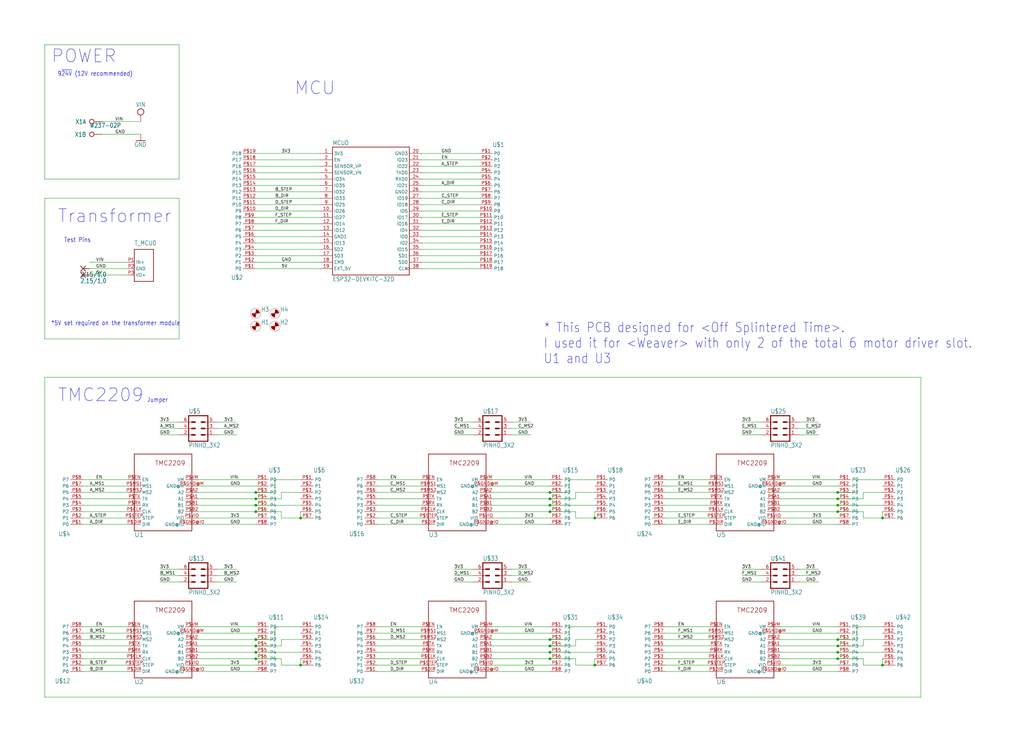
<source format=kicad_sch>
(kicad_sch (version 20211123) (generator eeschema)
  (paper "User" 406.73 298.221)
  (lib_symbols
    (symbol "OST-eagle-import:2,15{slash}1,0"
      (property "Reference" "PAD" (at -1.143 1.8542 0))
      (property "Value" "2,15{slash}1,0" (at -1.143 -3.302 0))
      (symbol "2,15{slash}1,0_1_0"
        (polyline (pts (xy -1.016 -1.016) (xy 1.016 1.016)) (stroke (width 0.254)))
        (polyline (pts (xy -1.016 1.016) (xy 1.016 -1.016)) (stroke (width 0.254)))
        (pin passive line (at 2.54 0 180) (length 2.54) (name "P") (number "1"))
      )
    )
    (symbol "OST-eagle-import:ESP32-DEVKITC-32D"
      (property "Reference" "U" (at -15.2572 26.0643 0))
      (property "Value" "ESP32-DEVKITC-32D" (at -15.2563 -27.9698 0))
      (symbol "ESP32-DEVKITC-32D_1_0"
        (polyline (pts (xy -15.24 -25.4) (xy -15.24 25.4)) (stroke (width 0.254)))
        (polyline (pts (xy -15.24 25.4) (xy 15.24 25.4)) (stroke (width 0.254)))
        (polyline (pts (xy 15.24 -25.4) (xy -15.24 -25.4)) (stroke (width 0.254)))
        (polyline (pts (xy 15.24 25.4) (xy 15.24 -25.4)) (stroke (width 0.254)))
        (pin power_in line (at -20.32 22.86 0) (length 5.08) (name "3V3") (number "1"))
        (pin bidirectional line (at -20.32 0 0) (length 5.08) (name "IO26") (number "10"))
        (pin bidirectional line (at -20.32 -2.54 0) (length 5.08) (name "IO27") (number "11"))
        (pin bidirectional line (at -20.32 -5.08 0) (length 5.08) (name "IO14") (number "12"))
        (pin bidirectional line (at -20.32 -7.62 0) (length 5.08) (name "IO12") (number "13"))
        (pin power_in line (at -20.32 -10.16 0) (length 5.08) (name "GND1") (number "14"))
        (pin bidirectional line (at -20.32 -12.7 0) (length 5.08) (name "IO13") (number "15"))
        (pin bidirectional line (at -20.32 -15.24 0) (length 5.08) (name "SD2") (number "16"))
        (pin bidirectional line (at -20.32 -17.78 0) (length 5.08) (name "SD3") (number "17"))
        (pin bidirectional line (at -20.32 -20.32 0) (length 5.08) (name "CMD") (number "18"))
        (pin power_in line (at -20.32 -22.86 0) (length 5.08) (name "EXT_5V") (number "19"))
        (pin input line (at -20.32 20.32 0) (length 5.08) (name "EN") (number "2"))
        (pin power_in line (at 20.32 22.86 180) (length 5.08) (name "GND3") (number "20"))
        (pin bidirectional line (at 20.32 20.32 180) (length 5.08) (name "IO23") (number "21"))
        (pin bidirectional line (at 20.32 17.78 180) (length 5.08) (name "IO22") (number "22"))
        (pin output line (at 20.32 15.24 180) (length 5.08) (name "TXD0") (number "23"))
        (pin input line (at 20.32 12.7 180) (length 5.08) (name "RXD0") (number "24"))
        (pin bidirectional line (at 20.32 10.16 180) (length 5.08) (name "IO21") (number "25"))
        (pin power_in line (at 20.32 7.62 180) (length 5.08) (name "GND2") (number "26"))
        (pin bidirectional line (at 20.32 5.08 180) (length 5.08) (name "IO19") (number "27"))
        (pin bidirectional line (at 20.32 2.54 180) (length 5.08) (name "IO18") (number "28"))
        (pin bidirectional line (at 20.32 0 180) (length 5.08) (name "IO5") (number "29"))
        (pin input line (at -20.32 17.78 0) (length 5.08) (name "SENSOR_VP") (number "3"))
        (pin bidirectional line (at 20.32 -2.54 180) (length 5.08) (name "IO17") (number "30"))
        (pin bidirectional line (at 20.32 -5.08 180) (length 5.08) (name "IO16") (number "31"))
        (pin bidirectional line (at 20.32 -7.62 180) (length 5.08) (name "IO4") (number "32"))
        (pin bidirectional line (at 20.32 -10.16 180) (length 5.08) (name "IO0") (number "33"))
        (pin bidirectional line (at 20.32 -12.7 180) (length 5.08) (name "IO2") (number "34"))
        (pin bidirectional line (at 20.32 -15.24 180) (length 5.08) (name "IO15") (number "35"))
        (pin bidirectional line (at 20.32 -17.78 180) (length 5.08) (name "SD1") (number "36"))
        (pin bidirectional line (at 20.32 -20.32 180) (length 5.08) (name "SD0") (number "37"))
        (pin input clock (at 20.32 -22.86 180) (length 5.08) (name "CLK") (number "38"))
        (pin input line (at -20.32 15.24 0) (length 5.08) (name "SENSOR_VN") (number "4"))
        (pin bidirectional line (at -20.32 12.7 0) (length 5.08) (name "IO34") (number "5"))
        (pin bidirectional line (at -20.32 10.16 0) (length 5.08) (name "IO35") (number "6"))
        (pin bidirectional line (at -20.32 7.62 0) (length 5.08) (name "IO32") (number "7"))
        (pin bidirectional line (at -20.32 5.08 0) (length 5.08) (name "IO33") (number "8"))
        (pin bidirectional line (at -20.32 2.54 0) (length 5.08) (name "IO25") (number "9"))
      )
    )
    (symbol "OST-eagle-import:GND" (power)
      (property "Value" "GND" (at -2.54 -2.54 0))
      (symbol "GND_1_0"
        (polyline (pts (xy -1.905 0) (xy 1.905 0)) (stroke (width 0.254)))
        (pin power_in line (at 0 2.54 270) (length 2.54) (name "GND") (number "1"))
      )
    )
    (symbol "OST-eagle-import:MOUNT-HOLE3.2"
      (property "Reference" "H" (at 2.032 0.5842 0))
      (property "Value" "MOUNT-HOLE3.2" (at 2.032 -2.4638 0))
      (symbol "MOUNT-HOLE3.2_1_0"
        (arc (start -1.524 0) (mid -1.0776 -1.0776) (end 0 -1.524) (stroke (width 0.0001)) (fill (type outline)))
        (polyline (pts (xy -0.508 0) (xy 0.508 0)) (stroke (width 0.0508)))
        (polyline (pts (xy 0 0.508) (xy 0 -0.508)) (stroke (width 0.0508)))
        (circle (center 0 0) (radius 0.508) (stroke (width 0.0508)))
        (circle (center 0 0) (radius 2.032) (stroke (width 0.0508)))
        (arc (start 1.524 0) (mid 1.0776 1.0776) (end 0 1.524) (stroke (width 0.0001)) (fill (type outline)))
      )
    )
    (symbol "OST-eagle-import:PINHD_1X19"
      (symbol "PINHD_1X19_1_0"
        (pin bidirectional line (at -5.08 0 0) (length 5.08) (name "P0") (number "P$1"))
        (pin bidirectional line (at -5.08 -22.86 0) (length 5.08) (name "P9") (number "P$10"))
        (pin bidirectional line (at -5.08 -25.4 0) (length 5.08) (name "P10") (number "P$11"))
        (pin bidirectional line (at -5.08 -27.94 0) (length 5.08) (name "P11") (number "P$12"))
        (pin bidirectional line (at -5.08 -30.48 0) (length 5.08) (name "P12") (number "P$13"))
        (pin bidirectional line (at -5.08 -33.02 0) (length 5.08) (name "P13") (number "P$14"))
        (pin bidirectional line (at -5.08 -35.56 0) (length 5.08) (name "P14") (number "P$15"))
        (pin bidirectional line (at -5.08 -38.1 0) (length 5.08) (name "P15") (number "P$16"))
        (pin bidirectional line (at -5.08 -40.64 0) (length 5.08) (name "P16") (number "P$17"))
        (pin bidirectional line (at -5.08 -43.18 0) (length 5.08) (name "P17") (number "P$18"))
        (pin bidirectional line (at -5.08 -45.72 0) (length 5.08) (name "P18") (number "P$19"))
        (pin bidirectional line (at -5.08 -2.54 0) (length 5.08) (name "P1") (number "P$2"))
        (pin bidirectional line (at -5.08 -5.08 0) (length 5.08) (name "P2") (number "P$3"))
        (pin bidirectional line (at -5.08 -7.62 0) (length 5.08) (name "P3") (number "P$4"))
        (pin bidirectional line (at -5.08 -10.16 0) (length 5.08) (name "P4") (number "P$5"))
        (pin bidirectional line (at -5.08 -12.7 0) (length 5.08) (name "P5") (number "P$6"))
        (pin bidirectional line (at -5.08 -15.24 0) (length 5.08) (name "P6") (number "P$7"))
        (pin bidirectional line (at -5.08 -17.78 0) (length 5.08) (name "P7") (number "P$8"))
        (pin bidirectional line (at -5.08 -20.32 0) (length 5.08) (name "P8") (number "P$9"))
      )
    )
    (symbol "OST-eagle-import:PINHD_1X7"
      (symbol "PINHD_1X7_1_0"
        (pin bidirectional line (at -5.08 0 0) (length 5.08) (name "P0") (number "P$1"))
        (pin bidirectional line (at -5.08 -2.54 0) (length 5.08) (name "P1") (number "P$2"))
        (pin bidirectional line (at -5.08 -5.08 0) (length 5.08) (name "P2") (number "P$3"))
        (pin bidirectional line (at -5.08 -7.62 0) (length 5.08) (name "P3") (number "P$4"))
        (pin bidirectional line (at -5.08 -10.16 0) (length 5.08) (name "P4") (number "P$5"))
        (pin bidirectional line (at -5.08 -12.7 0) (length 5.08) (name "P5") (number "P$6"))
        (pin bidirectional line (at -5.08 -15.24 0) (length 5.08) (name "P6") (number "P$7"))
      )
    )
    (symbol "OST-eagle-import:PINHD_1X8"
      (symbol "PINHD_1X8_1_0"
        (pin bidirectional line (at -5.08 0 0) (length 5.08) (name "P0") (number "P$1"))
        (pin bidirectional line (at -5.08 -2.54 0) (length 5.08) (name "P1") (number "P$2"))
        (pin bidirectional line (at -5.08 -5.08 0) (length 5.08) (name "P2") (number "P$3"))
        (pin bidirectional line (at -5.08 -7.62 0) (length 5.08) (name "P3") (number "P$4"))
        (pin bidirectional line (at -5.08 -10.16 0) (length 5.08) (name "P4") (number "P$5"))
        (pin bidirectional line (at -5.08 -12.7 0) (length 5.08) (name "P5") (number "P$6"))
        (pin bidirectional line (at -5.08 -15.24 0) (length 5.08) (name "P6") (number "P$7"))
        (pin bidirectional line (at -5.08 -17.78 0) (length 5.08) (name "P7") (number "P$8"))
      )
    )
    (symbol "OST-eagle-import:PINHD_3X2"
      (property "Value" "PINHD_3X2" (at -3.81 -7.62 0))
      (symbol "PINHD_3X2_1_0"
        (polyline (pts (xy -3.81 5.08) (xy -3.81 -5.08)) (stroke (width 0.4064)))
        (polyline (pts (xy -3.81 5.08) (xy 3.81 5.08)) (stroke (width 0.4064)))
        (polyline (pts (xy -2.54 -2.54) (xy -1.27 -2.54)) (stroke (width 0.6096)))
        (polyline (pts (xy -2.54 0) (xy -1.27 0)) (stroke (width 0.6096)))
        (polyline (pts (xy -2.54 2.54) (xy -1.27 2.54)) (stroke (width 0.6096)))
        (polyline (pts (xy 1.27 -2.54) (xy 2.54 -2.54)) (stroke (width 0.6096)))
        (polyline (pts (xy 1.27 0) (xy 2.54 0)) (stroke (width 0.6096)))
        (polyline (pts (xy 1.27 2.54) (xy 2.54 2.54)) (stroke (width 0.6096)))
        (polyline (pts (xy 3.81 -5.08) (xy -3.81 -5.08)) (stroke (width 0.4064)))
        (polyline (pts (xy 3.81 -5.08) (xy 3.81 5.08)) (stroke (width 0.4064)))
        (pin passive line (at 7.62 -2.54 180) (length 5.08) (name "1") (number "1"))
        (pin passive line (at -7.62 -2.54 0) (length 5.08) (name "2") (number "2"))
        (pin passive line (at 7.62 0 180) (length 5.08) (name "3") (number "3"))
        (pin passive line (at -7.62 0 0) (length 5.08) (name "4") (number "4"))
        (pin passive line (at 7.62 2.54 180) (length 5.08) (name "5") (number "5"))
        (pin passive line (at -7.62 2.54 0) (length 5.08) (name "6") (number "6"))
      )
    )
    (symbol "OST-eagle-import:TMC2209_V3.1"
      (property "Reference" "U" (at -10.16 -15.24 0))
      (symbol "TMC2209_V3.1_1_0"
        (polyline (pts (xy -10.16 -12.7) (xy 12.7 -12.7)) (stroke (width 0.254)))
        (polyline (pts (xy -10.16 17.78) (xy -10.16 -12.7)) (stroke (width 0.254)))
        (polyline (pts (xy 12.7 -12.7) (xy 12.7 17.78)) (stroke (width 0.254)))
        (polyline (pts (xy 12.7 17.78) (xy -10.16 17.78)) (stroke (width 0.254)))
        (text "TMC2209" (at 10.16 15.24 0) (effects (font (size 1.778 1.778)) (justify right top)))
        (pin bidirectional line (at 15.24 0 180) (length 5.08) (name "A1") (number "P$A1"))
        (pin bidirectional line (at 15.24 2.54 180) (length 5.08) (name "A2") (number "P$A2"))
        (pin bidirectional line (at 15.24 -2.54 180) (length 5.08) (name "B1") (number "P$B1"))
        (pin bidirectional line (at 15.24 -5.08 180) (length 5.08) (name "B2") (number "P$B2"))
        (pin bidirectional line (at -12.7 -5.08 0) (length 5.08) (name "CLK") (number "P$CLK"))
        (pin bidirectional line (at -12.7 -10.16 0) (length 5.08) (name "DIR") (number "P$DIR"))
        (pin bidirectional line (at -12.7 7.62 0) (length 5.08) (name "EN") (number "P$EN"))
        (pin bidirectional line (at 15.24 -10.16 180) (length 5.08) (name "GND@IO") (number "P$GND@IO"))
        (pin bidirectional line (at 15.24 5.08 180) (length 5.08) (name "GND@M") (number "P$GND@M"))
        (pin bidirectional line (at -12.7 5.08 0) (length 5.08) (name "MS1") (number "P$MS1"))
        (pin bidirectional line (at -12.7 2.54 0) (length 5.08) (name "MS2") (number "P$MS2"))
        (pin bidirectional line (at -12.7 -2.54 0) (length 5.08) (name "RX") (number "P$RX"))
        (pin bidirectional line (at -12.7 -7.62 0) (length 5.08) (name "STEP") (number "P$STEP"))
        (pin bidirectional line (at -12.7 0 0) (length 5.08) (name "TX") (number "P$TX"))
        (pin bidirectional line (at 15.24 -7.62 180) (length 5.08) (name "VIO") (number "P$VIO"))
        (pin bidirectional line (at 15.24 7.62 180) (length 5.08) (name "VM") (number "P$VM"))
      )
    )
    (symbol "OST-eagle-import:VCC" (power)
      (property "Value" "VCC" (at -1.905 3.175 0))
      (symbol "VCC_1_0"
        (circle (center 0 1.27) (radius 1.27) (stroke (width 0.254)))
        (pin power_in line (at 0 -2.54 90) (length 2.54) (name "VCC") (number "1"))
      )
    )
    (symbol "OST-eagle-import:VOL_ADJ"
      (property "Reference" "P" (at -2.54 10.16 0))
      (symbol "VOL_ADJ_1_0"
        (polyline (pts (xy -2.54 -5.08) (xy 5.08 -5.08)) (stroke (width 0.254)))
        (polyline (pts (xy -2.54 7.62) (xy -2.54 -5.08)) (stroke (width 0.254)))
        (polyline (pts (xy 5.08 -5.08) (xy 5.08 7.62)) (stroke (width 0.254)))
        (polyline (pts (xy 5.08 7.62) (xy -2.54 7.62)) (stroke (width 0.254)))
        (pin bidirectional line (at -5.08 2.54 0) (length 2.54) (name "IN+") (number "P1"))
        (pin bidirectional line (at -5.08 0 0) (length 2.54) (name "GND") (number "P2"))
        (pin bidirectional line (at -5.08 -2.54 0) (length 2.54) (name "VO+") (number "P3"))
      )
    )
    (symbol "OST-eagle-import:W237-02P"
      (property "Reference" "X" (at -1.27 0.889 0))
      (property "Value" "W237-02P" (at 0 2.54 0))
      (symbol "W237-02P_1_0"
        (polyline (pts (xy 1.778 0) (xy 2.54 0)) (stroke (width 0.1524)))
        (circle (center 0.889 0) (radius 0.898) (stroke (width 0.254)))
        (pin passive line (at 5.08 0 180) (length 2.54) (name "KL") (number "1"))
      )
      (symbol "W237-02P_2_0"
        (polyline (pts (xy 1.778 0) (xy 2.54 0)) (stroke (width 0.1524)))
        (circle (center 0.889 0) (radius 0.898) (stroke (width 0.254)))
        (pin passive line (at 5.08 0 180) (length 2.54) (name "KL") (number "2"))
      )
    )
  )
  (junction (at 218.44 259.08))
  (junction (at 101.6 198.12))
  (junction (at 332.74 254))
  (junction (at 101.6 203.2))
  (junction (at 218.44 254))
  (junction (at 101.6 261.62))
  (junction (at 350.52 205.74))
  (junction (at 101.6 195.58))
  (junction (at 332.74 195.58))
  (junction (at 236.22 205.74))
  (junction (at 332.74 259.08))
  (junction (at 332.74 256.54))
  (junction (at 101.6 256.54))
  (junction (at 119.38 264.16))
  (junction (at 332.74 261.62))
  (junction (at 218.44 200.66))
  (junction (at 236.22 264.16))
  (junction (at 101.6 200.66))
  (junction (at 218.44 256.54))
  (junction (at 332.74 203.2))
  (junction (at 101.6 254))
  (junction (at 218.44 195.58))
  (junction (at 119.38 205.74))
  (junction (at 101.6 259.08))
  (junction (at 218.44 198.12))
  (junction (at 332.74 200.66))
  (junction (at 332.74 198.12))
  (junction (at 218.44 261.62))
  (junction (at 350.52 264.16))
  (junction (at 218.44 203.2))
  (wire (pts (xy 78.74 248.92) (xy 101.6 248.92)))
  (wire (pts (xy 332.74 261.62) (xy 342.9 261.62)))
  (wire (pts (xy 195.58 195.58) (xy 218.44 195.58)))
  (wire (pts (xy 190.5 81.28) (xy 167.64 81.28)))
  (wire (pts (xy 17.78 71.12) (xy 71.12 71.12)))
  (wire (pts (xy 167.64 88.9) (xy 190.5 88.9)))
  (wire (pts (xy 309.88 254) (xy 332.74 254)))
  (wire (pts (xy 167.64 73.66) (xy 190.5 73.66)))
  (wire (pts (xy 190.5 91.44) (xy 167.64 91.44)))
  (wire (pts (xy 187.96 226.06) (xy 180.34 226.06)))
  (wire (pts (xy 78.74 200.66) (xy 101.6 200.66)))
  (wire (pts (xy 332.74 195.58) (xy 340.36 195.58)))
  (wire (pts (xy 302.26 226.06) (xy 294.64 226.06)))
  (wire (pts (xy 228.6 264.16) (xy 236.22 264.16)))
  (wire (pts (xy 50.8 109.22) (xy 35.56 109.22)))
  (wire (pts (xy 203.2 226.06) (xy 210.82 226.06)))
  (wire (pts (xy 78.74 195.58) (xy 101.6 195.58)))
  (wire (pts (xy 218.44 198.12) (xy 195.58 198.12)))
  (wire (pts (xy 195.58 266.7) (xy 218.44 266.7)))
  (wire (pts (xy 342.9 205.74) (xy 350.52 205.74)))
  (wire (pts (xy 264.16 248.92) (xy 281.94 248.92)))
  (wire (pts (xy 190.5 96.52) (xy 167.64 96.52)))
  (wire (pts (xy 317.5 172.72) (xy 325.12 172.72)))
  (wire (pts (xy 111.76 205.74) (xy 119.38 205.74)))
  (wire (pts (xy 342.9 203.2) (xy 342.9 205.74)))
  (wire (pts (xy 40.64 48.26) (xy 55.88 48.26)))
  (wire (pts (xy 332.74 259.08) (xy 350.52 259.08)))
  (wire (pts (xy 71.12 172.72) (xy 63.5 172.72)))
  (wire (pts (xy 50.8 266.7) (xy 33.02 266.7)))
  (wire (pts (xy 342.9 256.54) (xy 342.9 254)))
  (wire (pts (xy 78.74 251.46) (xy 101.6 251.46)))
  (wire (pts (xy 264.16 256.54) (xy 281.94 256.54)))
  (wire (pts (xy 109.22 195.58) (xy 109.22 190.5)))
  (wire (pts (xy 317.5 167.64) (xy 325.12 167.64)))
  (wire (pts (xy 228.6 195.58) (xy 236.22 195.58)))
  (wire (pts (xy 149.86 203.2) (xy 167.64 203.2)))
  (wire (pts (xy 167.64 205.74) (xy 149.86 205.74)))
  (wire (pts (xy 332.74 203.2) (xy 342.9 203.2)))
  (wire (pts (xy 332.74 198.12) (xy 342.9 198.12)))
  (wire (pts (xy 317.5 228.6) (xy 325.12 228.6)))
  (wire (pts (xy 365.76 276.86) (xy 365.76 149.86)))
  (wire (pts (xy 71.12 228.6) (xy 63.5 228.6)))
  (wire (pts (xy 203.2 167.64) (xy 210.82 167.64)))
  (wire (pts (xy 109.22 190.5) (xy 119.38 190.5)))
  (wire (pts (xy 127 66.04) (xy 101.6 66.04)))
  (wire (pts (xy 78.74 259.08) (xy 101.6 259.08)))
  (wire (pts (xy 218.44 256.54) (xy 195.58 256.54)))
  (wire (pts (xy 340.36 248.92) (xy 350.52 248.92)))
  (wire (pts (xy 187.96 172.72) (xy 180.34 172.72)))
  (wire (pts (xy 309.88 266.7) (xy 332.74 266.7)))
  (wire (pts (xy 195.58 264.16) (xy 218.44 264.16)))
  (wire (pts (xy 101.6 68.58) (xy 127 68.58)))
  (wire (pts (xy 78.74 264.16) (xy 101.6 264.16)))
  (wire (pts (xy 101.6 88.9) (xy 127 88.9)))
  (wire (pts (xy 167.64 78.74) (xy 190.5 78.74)))
  (wire (pts (xy 101.6 93.98) (xy 127 93.98)))
  (wire (pts (xy 127 96.52) (xy 101.6 96.52)))
  (wire (pts (xy 195.58 251.46) (xy 218.44 251.46)))
  (wire (pts (xy 167.64 83.82) (xy 190.5 83.82)))
  (wire (pts (xy 50.8 195.58) (xy 33.02 195.58)))
  (wire (pts (xy 342.9 264.16) (xy 350.52 264.16)))
  (wire (pts (xy 33.02 198.12) (xy 50.8 198.12)))
  (wire (pts (xy 218.44 261.62) (xy 195.58 261.62)))
  (wire (pts (xy 50.8 106.68) (xy 35.56 106.68)))
  (wire (pts (xy 218.44 203.2) (xy 228.6 203.2)))
  (wire (pts (xy 50.8 254) (xy 33.02 254)))
  (wire (pts (xy 226.06 195.58) (xy 226.06 190.5)))
  (wire (pts (xy 309.88 251.46) (xy 332.74 251.46)))
  (wire (pts (xy 309.88 248.92) (xy 332.74 248.92)))
  (wire (pts (xy 127 101.6) (xy 101.6 101.6)))
  (wire (pts (xy 281.94 195.58) (xy 264.16 195.58)))
  (wire (pts (xy 195.58 259.08) (xy 218.44 259.08)))
  (wire (pts (xy 119.38 203.2) (xy 119.38 205.74)))
  (wire (pts (xy 218.44 203.2) (xy 195.58 203.2)))
  (wire (pts (xy 50.8 205.74) (xy 33.02 205.74)))
  (wire (pts (xy 101.6 256.54) (xy 111.76 256.54)))
  (wire (pts (xy 71.12 226.06) (xy 63.5 226.06)))
  (wire (pts (xy 101.6 73.66) (xy 127 73.66)))
  (wire (pts (xy 109.22 248.92) (xy 119.38 248.92)))
  (wire (pts (xy 281.94 208.28) (xy 264.16 208.28)))
  (wire (pts (xy 78.74 205.74) (xy 101.6 205.74)))
  (wire (pts (xy 167.64 68.58) (xy 190.5 68.58)))
  (wire (pts (xy 332.74 261.62) (xy 309.88 261.62)))
  (wire (pts (xy 195.58 193.04) (xy 218.44 193.04)))
  (wire (pts (xy 236.22 203.2) (xy 236.22 205.74)))
  (wire (pts (xy 101.6 203.2) (xy 78.74 203.2)))
  (wire (pts (xy 340.36 190.5) (xy 350.52 190.5)))
  (wire (pts (xy 218.44 256.54) (xy 228.6 256.54)))
  (wire (pts (xy 127 91.44) (xy 101.6 91.44)))
  (wire (pts (xy 190.5 86.36) (xy 167.64 86.36)))
  (wire (pts (xy 309.88 205.74) (xy 332.74 205.74)))
  (wire (pts (xy 167.64 251.46) (xy 149.86 251.46)))
  (wire (pts (xy 264.16 190.5) (xy 281.94 190.5)))
  (wire (pts (xy 167.64 195.58) (xy 149.86 195.58)))
  (wire (pts (xy 111.76 256.54) (xy 111.76 254)))
  (wire (pts (xy 190.5 60.96) (xy 167.64 60.96)))
  (wire (pts (xy 309.88 200.66) (xy 332.74 200.66)))
  (wire (pts (xy 86.36 231.14) (xy 93.98 231.14)))
  (wire (pts (xy 264.16 198.12) (xy 281.94 198.12)))
  (wire (pts (xy 190.5 76.2) (xy 167.64 76.2)))
  (wire (pts (xy 342.9 195.58) (xy 350.52 195.58)))
  (wire (pts (xy 226.06 254) (xy 226.06 248.92)))
  (wire (pts (xy 86.36 167.64) (xy 93.98 167.64)))
  (wire (pts (xy 203.2 231.14) (xy 210.82 231.14)))
  (wire (pts (xy 101.6 83.82) (xy 127 83.82)))
  (wire (pts (xy 50.8 104.14) (xy 35.56 104.14)))
  (wire (pts (xy 195.58 208.28) (xy 218.44 208.28)))
  (wire (pts (xy 86.36 170.18) (xy 93.98 170.18)))
  (wire (pts (xy 317.5 231.14) (xy 325.12 231.14)))
  (wire (pts (xy 101.6 203.2) (xy 111.76 203.2)))
  (wire (pts (xy 195.58 200.66) (xy 218.44 200.66)))
  (wire (pts (xy 281.94 264.16) (xy 264.16 264.16)))
  (wire (pts (xy 218.44 254) (xy 226.06 254)))
  (wire (pts (xy 264.16 203.2) (xy 281.94 203.2)))
  (wire (pts (xy 50.8 251.46) (xy 33.02 251.46)))
  (wire (pts (xy 101.6 60.96) (xy 127 60.96)))
  (wire (pts (xy 17.78 17.78) (xy 17.78 71.12)))
  (wire (pts (xy 17.78 149.86) (xy 17.78 276.86)))
  (wire (pts (xy 218.44 261.62) (xy 228.6 261.62)))
  (wire (pts (xy 101.6 63.5) (xy 127 63.5)))
  (wire (pts (xy 340.36 195.58) (xy 340.36 190.5)))
  (wire (pts (xy 101.6 99.06) (xy 127 99.06)))
  (wire (pts (xy 101.6 78.74) (xy 127 78.74)))
  (wire (pts (xy 71.12 17.78) (xy 17.78 17.78)))
  (wire (pts (xy 86.36 172.72) (xy 93.98 172.72)))
  (wire (pts (xy 127 106.68) (xy 101.6 106.68)))
  (wire (pts (xy 50.8 208.28) (xy 33.02 208.28)))
  (wire (pts (xy 50.8 193.04) (xy 33.02 193.04)))
  (wire (pts (xy 187.96 231.14) (xy 180.34 231.14)))
  (wire (pts (xy 149.86 261.62) (xy 167.64 261.62)))
  (wire (pts (xy 111.76 198.12) (xy 111.76 195.58)))
  (wire (pts (xy 332.74 203.2) (xy 309.88 203.2)))
  (wire (pts (xy 101.6 254) (xy 109.22 254)))
  (wire (pts (xy 78.74 193.04) (xy 101.6 193.04)))
  (wire (pts (xy 190.5 71.12) (xy 167.64 71.12)))
  (wire (pts (xy 203.2 228.6) (xy 210.82 228.6)))
  (wire (pts (xy 101.6 104.14) (xy 127 104.14)))
  (wire (pts (xy 33.02 203.2) (xy 50.8 203.2)))
  (wire (pts (xy 111.76 264.16) (xy 119.38 264.16)))
  (wire (pts (xy 78.74 208.28) (xy 101.6 208.28)))
  (wire (pts (xy 195.58 248.92) (xy 218.44 248.92)))
  (wire (pts (xy 195.58 205.74) (xy 218.44 205.74)))
  (wire (pts (xy 342.9 254) (xy 350.52 254)))
  (wire (pts (xy 40.64 53.34) (xy 55.88 53.34)))
  (wire (pts (xy 228.6 205.74) (xy 236.22 205.74)))
  (wire (pts (xy 218.44 198.12) (xy 228.6 198.12)))
  (wire (pts (xy 187.96 167.64) (xy 180.34 167.64)))
  (wire (pts (xy 167.64 254) (xy 149.86 254)))
  (wire (pts (xy 226.06 248.92) (xy 236.22 248.92)))
  (wire (pts (xy 281.94 251.46) (xy 264.16 251.46)))
  (wire (pts (xy 264.16 261.62) (xy 281.94 261.62)))
  (wire (pts (xy 302.26 170.18) (xy 294.64 170.18)))
  (wire (pts (xy 111.76 254) (xy 119.38 254)))
  (wire (pts (xy 228.6 254) (xy 236.22 254)))
  (wire (pts (xy 50.8 264.16) (xy 33.02 264.16)))
  (wire (pts (xy 190.5 66.04) (xy 167.64 66.04)))
  (wire (pts (xy 78.74 254) (xy 101.6 254)))
  (wire (pts (xy 167.64 193.04) (xy 149.86 193.04)))
  (wire (pts (xy 309.88 195.58) (xy 332.74 195.58)))
  (wire (pts (xy 350.52 203.2) (xy 350.52 205.74)))
  (wire (pts (xy 167.64 266.7) (xy 149.86 266.7)))
  (wire (pts (xy 71.12 231.14) (xy 63.5 231.14)))
  (wire (pts (xy 33.02 248.92) (xy 50.8 248.92)))
  (wire (pts (xy 167.64 106.68) (xy 190.5 106.68)))
  (wire (pts (xy 101.6 198.12) (xy 78.74 198.12)))
  (wire (pts (xy 195.58 254) (xy 218.44 254)))
  (wire (pts (xy 50.8 259.08) (xy 33.02 259.08)))
  (wire (pts (xy 236.22 261.62) (xy 236.22 264.16)))
  (wire (pts (xy 190.5 101.6) (xy 167.64 101.6)))
  (wire (pts (xy 167.64 208.28) (xy 149.86 208.28)))
  (wire (pts (xy 86.36 226.06) (xy 93.98 226.06)))
  (wire (pts (xy 167.64 200.66) (xy 149.86 200.66)))
  (wire (pts (xy 78.74 266.7) (xy 101.6 266.7)))
  (wire (pts (xy 71.12 134.62) (xy 71.12 78.74)))
  (wire (pts (xy 332.74 254) (xy 340.36 254)))
  (wire (pts (xy 332.74 200.66) (xy 350.52 200.66)))
  (wire (pts (xy 302.26 228.6) (xy 294.64 228.6)))
  (wire (pts (xy 101.6 198.12) (xy 111.76 198.12)))
  (wire (pts (xy 33.02 256.54) (xy 50.8 256.54)))
  (wire (pts (xy 281.94 200.66) (xy 264.16 200.66)))
  (wire (pts (xy 101.6 195.58) (xy 109.22 195.58)))
  (wire (pts (xy 317.5 170.18) (xy 325.12 170.18)))
  (wire (pts (xy 281.94 259.08) (xy 264.16 259.08)))
  (wire (pts (xy 309.88 208.28) (xy 332.74 208.28)))
  (wire (pts (xy 281.94 254) (xy 264.16 254)))
  (wire (pts (xy 119.38 261.62) (xy 119.38 264.16)))
  (wire (pts (xy 281.94 266.7) (xy 264.16 266.7)))
  (wire (pts (xy 167.64 264.16) (xy 149.86 264.16)))
  (wire (pts (xy 332.74 198.12) (xy 309.88 198.12)))
  (wire (pts (xy 101.6 261.62) (xy 78.74 261.62)))
  (wire (pts (xy 17.78 134.62) (xy 71.12 134.62)))
  (wire (pts (xy 342.9 261.62) (xy 342.9 264.16)))
  (wire (pts (xy 167.64 104.14) (xy 190.5 104.14)))
  (wire (pts (xy 203.2 170.18) (xy 210.82 170.18)))
  (wire (pts (xy 127 86.36) (xy 101.6 86.36)))
  (wire (pts (xy 71.12 167.64) (xy 63.5 167.64)))
  (wire (pts (xy 281.94 205.74) (xy 264.16 205.74)))
  (wire (pts (xy 111.76 195.58) (xy 119.38 195.58)))
  (wire (pts (xy 167.64 99.06) (xy 190.5 99.06)))
  (wire (pts (xy 17.78 78.74) (xy 17.78 134.62)))
  (wire (pts (xy 340.36 254) (xy 340.36 248.92)))
  (wire (pts (xy 302.26 172.72) (xy 294.64 172.72)))
  (wire (pts (xy 228.6 198.12) (xy 228.6 195.58)))
  (wire (pts (xy 101.6 259.08) (xy 119.38 259.08)))
  (wire (pts (xy 127 81.28) (xy 101.6 81.28)))
  (wire (pts (xy 350.52 261.62) (xy 350.52 264.16)))
  (wire (pts (xy 167.64 63.5) (xy 190.5 63.5)))
  (wire (pts (xy 203.2 172.72) (xy 210.82 172.72)))
  (wire (pts (xy 228.6 203.2) (xy 228.6 205.74)))
  (wire (pts (xy 167.64 93.98) (xy 190.5 93.98)))
  (wire (pts (xy 342.9 198.12) (xy 342.9 195.58)))
  (wire (pts (xy 33.02 190.5) (xy 50.8 190.5)))
  (wire (pts (xy 218.44 259.08) (xy 236.22 259.08)))
  (wire (pts (xy 149.86 256.54) (xy 167.64 256.54)))
  (wire (pts (xy 317.5 226.06) (xy 325.12 226.06)))
  (wire (pts (xy 302.26 231.14) (xy 294.64 231.14)))
  (wire (pts (xy 195.58 190.5) (xy 218.44 190.5)))
  (wire (pts (xy 109.22 254) (xy 109.22 248.92)))
  (wire (pts (xy 127 71.12) (xy 101.6 71.12)))
  (wire (pts (xy 228.6 261.62) (xy 228.6 264.16)))
  (wire (pts (xy 17.78 276.86) (xy 365.76 276.86)))
  (wire (pts (xy 111.76 261.62) (xy 111.76 264.16)))
  (wire (pts (xy 50.8 200.66) (xy 33.02 200.66)))
  (wire (pts (xy 149.86 248.92) (xy 167.64 248.92)))
  (wire (pts (xy 226.06 190.5) (xy 236.22 190.5)))
  (wire (pts (xy 309.88 193.04) (xy 332.74 193.04)))
  (wire (pts (xy 332.74 256.54) (xy 342.9 256.54)))
  (wire (pts (xy 218.44 200.66) (xy 236.22 200.66)))
  (wire (pts (xy 101.6 256.54) (xy 78.74 256.54)))
  (wire (pts (xy 309.88 264.16) (xy 332.74 264.16)))
  (wire (pts (xy 101.6 200.66) (xy 119.38 200.66)))
  (wire (pts (xy 71.12 78.74) (xy 17.78 78.74)))
  (wire (pts (xy 309.88 190.5) (xy 332.74 190.5)))
  (wire (pts (xy 127 76.2) (xy 101.6 76.2)))
  (wire (pts (xy 309.88 259.08) (xy 332.74 259.08)))
  (wire (pts (xy 187.96 228.6) (xy 180.34 228.6)))
  (wire (pts (xy 218.44 195.58) (xy 226.06 195.58)))
  (wire (pts (xy 302.26 167.64) (xy 294.64 167.64)))
  (wire (pts (xy 332.74 256.54) (xy 309.88 256.54)))
  (wire (pts (xy 149.86 190.5) (xy 167.64 190.5)))
  (wire (pts (xy 149.86 198.12) (xy 167.64 198.12)))
  (wire (pts (xy 111.76 203.2) (xy 111.76 205.74)))
  (wire (pts (xy 71.12 170.18) (xy 63.5 170.18)))
  (wire (pts (xy 71.12 71.12) (xy 71.12 17.78)))
  (wire (pts (xy 86.36 228.6) (xy 93.98 228.6)))
  (wire (pts (xy 187.96 170.18) (xy 180.34 170.18)))
  (wire (pts (xy 365.76 149.86) (xy 17.78 149.86)))
  (wire (pts (xy 78.74 190.5) (xy 101.6 190.5)))
  (wire (pts (xy 33.02 261.62) (xy 50.8 261.62)))
  (wire (pts (xy 167.64 259.08) (xy 149.86 259.08)))
  (wire (pts (xy 101.6 261.62) (xy 111.76 261.62)))
  (wire (pts (xy 228.6 256.54) (xy 228.6 254)))
  (wire (pts (xy 281.94 193.04) (xy 264.16 193.04)))
  (text "Jumper" (at 58.42 160.02 180) (effects (font (size 1.778 1.5113)) (justify left bottom)))
  (text "9~{24V} (12V recommended)" (at 22.86 30.48 180) (effects (font (size 1.778 1.5113)) (justify left bottom)))
  (text "*5V set required on the transformer module" (at 20.32 129.54 180) (effects (font (size 1.778 1.5113)) (justify left bottom)))
  (text "Test Pins" (at 25.4 96.52 180) (effects (font (size 1.778 1.5113)) (justify left bottom)))
  (text "Transformer" (at 22.86 88.9 180) (effects (font (size 5.08 5.08)) (justify left bottom)))
  (text "TMC2209" (at 22.86 160.02 180) (effects (font (size 5.08 5.08)) (justify left bottom)))
  (text "MCU" (at 116.84 38.1 180) (effects (font (size 5.08 5.08)) (justify left bottom)))
  (text "POWER" (at 20.32 25.4 180) (effects (font (size 5.08 5.08)) (justify left bottom)))
  (text "* This PCB designed for <Off Splintered Time>.\nI used it for <Weaver> with only 2 of the total 6 motor driver slot.\nU1 and U3" (at 215.9 144.78 0) (effects (font (size 3.81 3.2385)) (justify left bottom)))
  (label "A_MS2" (at 88.9 170.18 0) (effects (font (size 1.2446 1.2446))))
  (label "3V3" (at 88.9 167.64 0) (effects (font (size 1.2446 1.2446))))
  (label "3V3" (at 63.5 226.06 0) (effects (font (size 1.2446 1.2446))))
  (label "GND" (at 208.28 251.46 0) (effects (font (size 1.2446 1.2446))))
  (label "GND" (at 63.5 172.72 0) (effects (font (size 1.2446 1.2446))))
  (label "F_STEP" (at 269.24 264.16 0) (effects (font (size 1.2446 1.2446))))
  (label "VIN" (at 91.44 248.92 0) (effects (font (size 1.2446 1.2446))))
  (label "3V3" (at 322.58 205.74 0) (effects (font (size 1.2446 1.2446))))
  (label "EN" (at 269.24 190.5 0) (effects (font (size 1.2446 1.2446))))
  (label "C_STEP" (at 175.26 78.74 0) (effects (font (size 1.2446 1.2446))))
  (label "A_DIR" (at 35.56 208.28 0) (effects (font (size 1.2446 1.2446))))
  (label "3V3" (at 294.64 226.06 0) (effects (font (size 1.2446 1.2446))))
  (label "VIN" (at 322.58 190.5 0) (effects (font (size 1.2446 1.2446))))
  (label "EN" (at 154.94 190.5 0) (effects (font (size 1.2446 1.2446))))
  (label "GND" (at 45.72 53.34 0) (effects (font (size 1.2446 1.2446))))
  (label "GND" (at 180.34 231.14 0) (effects (font (size 1.2446 1.2446))))
  (label "F_MS2" (at 269.24 254 0) (effects (font (size 1.2446 1.2446))))
  (label "D_STEP" (at 109.22 81.28 0) (effects (font (size 1.2446 1.2446))))
  (label "F_DIR" (at 109.22 88.9 0) (effects (font (size 1.2446 1.2446))))
  (label "3V3" (at 91.44 264.16 0) (effects (font (size 1.2446 1.2446))))
  (label "EN" (at 38.1 190.5 0) (effects (font (size 1.2446 1.2446))))
  (label "B_STEP" (at 109.22 76.2 0) (effects (font (size 1.2446 1.2446))))
  (label "E_MS2" (at 320.04 170.18 0) (effects (font (size 1.2446 1.2446))))
  (label "GND" (at 63.5 231.14 0) (effects (font (size 1.2446 1.2446))))
  (label "C_MS2" (at 154.94 195.58 0) (effects (font (size 1.2446 1.2446))))
  (label "VIN" (at 208.28 248.92 0) (effects (font (size 1.2446 1.2446))))
  (label "C_DIR" (at 175.26 81.28 0) (effects (font (size 1.2446 1.2446))))
  (label "A_MS1" (at 63.5 170.18 0) (effects (font (size 1.2446 1.2446))))
  (label "A_DIR" (at 175.26 73.66 0) (effects (font (size 1.2446 1.2446))))
  (label "E_MS2" (at 269.24 195.58 0) (effects (font (size 1.2446 1.2446))))
  (label "3V3" (at 180.34 226.06 0) (effects (font (size 1.2446 1.2446))))
  (label "D_MS2" (at 154.94 254 0) (effects (font (size 1.2446 1.2446))))
  (label "VIN" (at 208.28 190.5 0) (effects (font (size 1.2446 1.2446))))
  (label "C_DIR" (at 154.94 208.28 0) (effects (font (size 1.2446 1.2446))))
  (label "GND" (at 208.28 193.04 0) (effects (font (size 1.2446 1.2446))))
  (label "GND" (at 91.44 193.04 0) (effects (font (size 1.2446 1.2446))))
  (label "EN" (at 38.1 248.92 0) (effects (font (size 1.2446 1.2446))))
  (label "3V3" (at 294.64 167.64 0) (effects (font (size 1.2446 1.2446))))
  (label "D_DIR" (at 109.22 83.82 0) (effects (font (size 1.2446 1.2446))))
  (label "D_STEP" (at 154.94 264.16 0) (effects (font (size 1.2446 1.2446))))
  (label "C_MS1" (at 180.34 170.18 0) (effects (font (size 1.2446 1.2446))))
  (label "D_MS1" (at 180.34 228.6 0) (effects (font (size 1.2446 1.2446))))
  (label "F_MS1" (at 294.64 228.6 0) (effects (font (size 1.2446 1.2446))))
  (label "F_DIR" (at 269.24 266.7 0) (effects (font (size 1.2446 1.2446))))
  (label "GND" (at 180.34 172.72 0) (effects (font (size 1.2446 1.2446))))
  (label "D_MS1" (at 154.94 251.46 0) (effects (font (size 1.2446 1.2446))))
  (label "GND" (at 322.58 193.04 0) (effects (font (size 1.2446 1.2446))))
  (label "E_STEP" (at 269.24 205.74 0) (effects (font (size 1.2446 1.2446))))
  (label "B_MS2" (at 35.56 254 0) (effects (font (size 1.2446 1.2446))))
  (label "B_MS2" (at 88.9 228.6 0) (effects (font (size 1.2446 1.2446))))
  (label "3V3" (at 180.34 167.64 0) (effects (font (size 1.2446 1.2446))))
  (label "EN" (at 269.24 248.92 0) (effects (font (size 1.2446 1.2446))))
  (label "GND" (at 91.44 266.7 0) (effects (font (size 1.2446 1.2446))))
  (label "E_DIR" (at 269.24 208.28 0) (effects (font (size 1.2446 1.2446))))
  (label "GND" (at 208.28 266.7 0) (effects (font (size 1.2446 1.2446))))
  (label "3V3" (at 205.74 167.64 0) (effects (font (size 1.2446 1.2446))))
  (label "3V3" (at 111.76 60.96 0) (effects (font (size 1.2446 1.2446))))
  (label "F_STEP" (at 109.22 86.36 0) (effects (font (size 1.2446 1.2446))))
  (label "GND" (at 88.9 231.14 0) (effects (font (size 1.2446 1.2446))))
  (label "3V3" (at 320.04 226.06 0) (effects (font (size 1.2446 1.2446))))
  (label "E_DIR" (at 175.26 88.9 0) (effects (font (size 1.2446 1.2446))))
  (label "GND" (at 322.58 266.7 0) (effects (font (size 1.2446 1.2446))))
  (label "VIN" (at 322.58 248.92 0) (effects (font (size 1.2446 1.2446))))
  (label "E_MS1" (at 294.64 170.18 0) (effects (font (size 1.2446 1.2446))))
  (label "GND" (at 205.74 231.14 0) (effects (font (size 1.2446 1.2446))))
  (label "GND" (at 320.04 172.72 0) (effects (font (size 1.2446 1.2446))))
  (label "GND" (at 91.44 251.46 0) (effects (font (size 1.2446 1.2446))))
  (label "D_DIR" (at 154.94 266.7 0) (effects (font (size 1.2446 1.2446))))
  (label "3V3" (at 205.74 226.06 0) (effects (font (size 1.2446 1.2446))))
  (label "VIN" (at 38.1 104.14 0) (effects (font (size 1.2446 1.2446))))
  (label "GND" (at 294.64 231.14 0) (effects (font (size 1.2446 1.2446))))
  (label "GND" (at 322.58 251.46 0) (effects (font (size 1.2446 1.2446))))
  (label "F_MS1" (at 269.24 251.46 0) (effects (font (size 1.2446 1.2446))))
  (label "E_MS1" (at 269.24 193.04 0) (effects (font (size 1.2446 1.2446))))
  (label "B_DIR" (at 35.56 266.7 0) (effects (font (size 1.2446 1.2446))))
  (label "3V3" (at 208.28 264.16 0) (effects (font (size 1.2446 1.2446))))
  (label "VIN" (at 45.72 48.26 0) (effects (font (size 1.2446 1.2446))))
  (label "3V3" (at 63.5 167.64 0) (effects (font (size 1.2446 1.2446))))
  (label "3V3" (at 88.9 226.06 0) (effects (font (size 1.2446 1.2446))))
  (label "F_MS2" (at 320.04 228.6 0) (effects (font (size 1.2446 1.2446))))
  (label "E_STEP" (at 175.26 86.36 0) (effects (font (size 1.2446 1.2446))))
  (label "A_MS2" (at 35.56 195.58 0) (effects (font (size 1.2446 1.2446))))
  (label "3V3" (at 208.28 205.74 0) (effects (font (size 1.2446 1.2446))))
  (label "C_STEP" (at 154.94 205.74 0) (effects (font (size 1.2446 1.2446))))
  (label "3V3" (at 322.58 264.16 0) (effects (font (size 1.2446 1.2446))))
  (label "GND" (at 91.44 208.28 0) (effects (font (size 1.2446 1.2446))))
  (label "3V3" (at 320.04 167.64 0) (effects (font (size 1.2446 1.2446))))
  (label "D_MS2" (at 205.74 228.6 0) (effects (font (size 1.2446 1.2446))))
  (label "GND" (at 88.9 172.72 0) (effects (font (size 1.2446 1.2446))))
  (label "GND" (at 175.26 60.96 0) (effects (font (size 1.2446 1.2446))))
  (label "GND" (at 320.04 231.14 0) (effects (font (size 1.2446 1.2446))))
  (label "GND" (at 208.28 208.28 0) (effects (font (size 1.2446 1.2446))))
  (label "A_MS1" (at 35.56 193.04 0) (effects (font (size 1.2446 1.2446))))
  (label "3V3" (at 91.44 205.74 0) (effects (font (size 1.2446 1.2446))))
  (label "5V" (at 38.1 109.22 0) (effects (font (size 1.2446 1.2446))))
  (label "EN" (at 175.26 63.5 0) (effects (font (size 1.2446 1.2446))))
  (label "GND" (at 205.74 172.72 0) (effects (font (size 1.2446 1.2446))))
  (label "A_STEP" (at 35.56 205.74 0) (effects (font (size 1.2446 1.2446))))
  (label "B_MS1" (at 35.56 251.46 0) (effects (font (size 1.2446 1.2446))))
  (label "C_MS1" (at 154.94 193.04 0) (effects (font (size 1.2446 1.2446))))
  (label "B_DIR" (at 109.22 78.74 0) (effects (font (size 1.2446 1.2446))))
  (label "EN" (at 154.94 248.92 0) (effects (font (size 1.2446 1.2446))))
  (label "B_STEP" (at 35.56 264.16 0) (effects (font (size 1.2446 1.2446))))
  (label "5V" (at 111.76 106.68 0) (effects (font (size 1.2446 1.2446))))
  (label "C_MS2" (at 205.74 170.18 0) (effects (font (size 1.2446 1.2446))))
  (label "VIN" (at 91.44 190.5 0) (effects (font (size 1.2446 1.2446))))
  (label "GND" (at 38.1 106.68 0) (effects (font (size 1.2446 1.2446))))
  (label "A_STEP" (at 175.26 66.04 0) (effects (font (size 1.2446 1.2446))))
  (label "GND" (at 111.76 104.14 0) (effects (font (size 1.2446 1.2446))))
  (label "GND" (at 294.64 172.72 0) (effects (font (size 1.2446 1.2446))))
  (label "GND" (at 322.58 208.28 0) (effects (font (size 1.2446 1.2446))))
  (label "B_MS1" (at 63.5 228.6 0) (effects (font (size 1.2446 1.2446))))
  (symbol (lib_id "OST-eagle-import:PINHD_1X8") (at 337.82 248.92 0) (unit 1)
    (property "Reference" "U$39" (at 337.82 246.126 0) (effects (font (size 1.778 1.5113)) (justify left bottom)))
    (property "Value" "PINHD_1X8" (effects hide))
    (property "Footprint" "OST:8" (effects hide))
  )
  (symbol (lib_id "OST-eagle-import:VCC") (at 55.88 45.72 0) (unit 1)
    (property "Reference" "#SUPPLY1" (effects hide))
    (property "Value" "VIN" (at 53.975 42.545 0) (effects (font (size 1.778 1.5113)) (justify left bottom)))
    (property "Footprint" "OST:" (effects hide))
  )
  (symbol (lib_id "OST-eagle-import:TMC2209_V3.1") (at 180.34 256.54 0) (unit 1)
    (property "Reference" "U4" (at 170.18 271.78 0) (effects (font (size 1.778 1.778)) (justify left bottom)))
    (property "Value" "TMC2209_V3.1" (effects hide))
    (property "Footprint" "OST:TMC2209" (effects hide))
  )
  (symbol (lib_id "OST-eagle-import:PINHD_1X7") (at 355.6 248.92 0) (unit 1)
    (property "Reference" "U$42" (at 355.6 246.126 0) (effects (font (size 1.778 1.5113)) (justify left bottom)))
    (property "Value" "PINHD_1X7" (effects hide))
    (property "Footprint" "OST:7" (effects hide))
  )
  (symbol (lib_id "OST-eagle-import:PINHD_1X8") (at 144.78 208.28 180) (unit 1)
    (property "Reference" "U$16" (at 144.78 211.074 0) (effects (font (size 1.778 1.5113)) (justify left bottom)))
    (property "Value" "PINHD_1X8" (effects hide))
    (property "Footprint" "OST:8" (effects hide))
  )
  (symbol (lib_id "OST-eagle-import:PINHD_1X19") (at 195.58 60.96 0) (unit 1)
    (property "Reference" "U$1" (at 195.58 58.42 0) (effects (font (size 1.778 1.5113)) (justify left bottom)))
    (property "Value" "PINHD_1X19" (effects hide))
    (property "Footprint" "OST:19" (effects hide))
  )
  (symbol (lib_id "OST-eagle-import:PINHD_1X8") (at 223.52 248.92 0) (unit 1)
    (property "Reference" "U$31" (at 223.52 246.126 0) (effects (font (size 1.778 1.5113)) (justify left bottom)))
    (property "Value" "PINHD_1X8" (effects hide))
    (property "Footprint" "OST:8" (effects hide))
  )
  (symbol (lib_id "OST-eagle-import:TMC2209_V3.1") (at 294.64 198.12 0) (unit 1)
    (property "Reference" "U5" (at 284.48 213.36 0) (effects (font (size 1.778 1.778)) (justify left bottom)))
    (property "Value" "TMC2209_V3.1" (effects hide))
    (property "Footprint" "OST:TMC2209" (effects hide))
  )
  (symbol (lib_id "OST-eagle-import:PINHD_1X8") (at 106.68 190.5 0) (unit 1)
    (property "Reference" "U$3" (at 106.68 187.706 0) (effects (font (size 1.778 1.5113)) (justify left bottom)))
    (property "Value" "PINHD_1X8" (effects hide))
    (property "Footprint" "OST:8" (effects hide))
  )
  (symbol (lib_id "OST-eagle-import:PINHD_3X2") (at 195.58 228.6 0) (unit 1)
    (property "Reference" "U$33" (at 191.77 222.758 0) (effects (font (size 1.778 1.5113)) (justify left bottom)))
    (property "Value" "PINHD_3X2" (at 191.77 236.22 0) (effects (font (size 1.778 1.5113)) (justify left bottom)))
    (property "Footprint" "OST:MA03-2" (effects hide))
  )
  (symbol (lib_id "OST-eagle-import:PINHD_1X7") (at 241.3 248.92 0) (unit 1)
    (property "Reference" "U$34" (at 241.3 246.126 0) (effects (font (size 1.778 1.5113)) (justify left bottom)))
    (property "Value" "PINHD_1X7" (effects hide))
    (property "Footprint" "OST:7" (effects hide))
  )
  (symbol (lib_id "OST-eagle-import:TMC2209_V3.1") (at 180.34 198.12 0) (unit 1)
    (property "Reference" "U3" (at 170.18 213.36 0) (effects (font (size 1.778 1.778)) (justify left bottom)))
    (property "Value" "TMC2209_V3.1" (effects hide))
    (property "Footprint" "OST:TMC2209" (effects hide))
  )
  (symbol (lib_id "OST-eagle-import:PINHD_1X8") (at 223.52 190.5 0) (unit 1)
    (property "Reference" "U$15" (at 223.52 187.706 0) (effects (font (size 1.778 1.5113)) (justify left bottom)))
    (property "Value" "PINHD_1X8" (effects hide))
    (property "Footprint" "OST:8" (effects hide))
  )
  (symbol (lib_id "OST-eagle-import:MOUNT-HOLE3.2") (at 101.6 124.46 0) (unit 1)
    (property "Reference" "H3" (at 103.632 123.8758 0) (effects (font (size 1.778 1.5113)) (justify left bottom)))
    (property "Value" "MOUNT-HOLE3.2" (effects hide))
    (property "Footprint" "OST:3,2" (effects hide))
  )
  (symbol (lib_id "OST-eagle-import:2,15{slash}1,0") (at 33.02 106.68 0) (unit 1)
    (property "Reference" "PAD16" (effects hide))
    (property "Value" "2,15{slash}1,0" (at 31.877 109.982 0) (effects (font (size 1.778 1.5113)) (justify left bottom)))
    (property "Footprint" "OST:2,15_1,0" (effects hide))
  )
  (symbol (lib_id "OST-eagle-import:PINHD_1X8") (at 27.94 266.7 180) (unit 1)
    (property "Reference" "U$12" (at 27.94 269.494 0) (effects (font (size 1.778 1.5113)) (justify left bottom)))
    (property "Value" "PINHD_1X8" (effects hide))
    (property "Footprint" "OST:8" (effects hide))
  )
  (symbol (lib_id "OST-eagle-import:MOUNT-HOLE3.2") (at 109.22 129.54 0) (unit 1)
    (property "Reference" "H2" (at 111.252 128.9558 0) (effects (font (size 1.778 1.5113)) (justify left bottom)))
    (property "Value" "MOUNT-HOLE3.2" (effects hide))
    (property "Footprint" "OST:3,2" (effects hide))
  )
  (symbol (lib_id "OST-eagle-import:PINHD_1X8") (at 259.08 266.7 180) (unit 1)
    (property "Reference" "U$40" (at 259.08 269.494 0) (effects (font (size 1.778 1.5113)) (justify left bottom)))
    (property "Value" "PINHD_1X8" (effects hide))
    (property "Footprint" "OST:8" (effects hide))
  )
  (symbol (lib_id "OST-eagle-import:VOL_ADJ") (at 55.88 106.68 0) (unit 1)
    (property "Reference" "T_MCU0" (at 53.34 96.52 0) (effects (font (size 1.778 1.5113)) (justify left)))
    (property "Value" "VOL_ADJ" (effects hide))
    (property "Footprint" "OST:FREEVOL" (effects hide))
  )
  (symbol (lib_id "OST-eagle-import:2,15{slash}1,0") (at 33.02 109.22 0) (unit 1)
    (property "Reference" "PAD17" (effects hide))
    (property "Value" "2,15{slash}1,0" (at 31.877 112.522 0) (effects (font (size 1.778 1.5113)) (justify left bottom)))
    (property "Footprint" "OST:2,15_1,0" (effects hide))
  )
  (symbol (lib_id "OST-eagle-import:PINHD_3X2") (at 195.58 170.18 0) (unit 1)
    (property "Reference" "U$17" (at 191.77 164.338 0) (effects (font (size 1.778 1.5113)) (justify left bottom)))
    (property "Value" "PINHD_3X2" (at 191.77 177.8 0) (effects (font (size 1.778 1.5113)) (justify left bottom)))
    (property "Footprint" "OST:MA03-2" (effects hide))
  )
  (symbol (lib_id "OST-eagle-import:PINHD_1X7") (at 355.6 190.5 0) (unit 1)
    (property "Reference" "U$26" (at 355.6 187.706 0) (effects (font (size 1.778 1.5113)) (justify left bottom)))
    (property "Value" "PINHD_1X7" (effects hide))
    (property "Footprint" "OST:7" (effects hide))
  )
  (symbol (lib_id "OST-eagle-import:PINHD_1X8") (at 106.68 248.92 0) (unit 1)
    (property "Reference" "U$11" (at 106.68 246.126 0) (effects (font (size 1.778 1.5113)) (justify left bottom)))
    (property "Value" "PINHD_1X8" (effects hide))
    (property "Footprint" "OST:8" (effects hide))
  )
  (symbol (lib_id "OST-eagle-import:ESP32-DEVKITC-32D") (at 147.32 83.82 0) (unit 1)
    (property "Reference" "MCU0" (at 132.0628 57.7557 0) (effects (font (size 1.78 1.513)) (justify left bottom)))
    (property "Value" "ESP32-DEVKITC-32D" (at 132.0637 111.7898 0) (effects (font (size 1.7799 1.5129)) (justify left bottom)))
    (property "Footprint" "OST:MODULE_ESP32-DEVKITC-32D" (effects hide))
  )
  (symbol (lib_id "OST-eagle-import:W237-02P") (at 35.56 48.26 0) (unit 1)
    (property "Reference" "X1" (at 34.29 47.371 0) (effects (font (size 1.778 1.5113)) (justify right top)))
    (property "Value" "W237-02P" (effects hide))
    (property "Footprint" "OST:W237-132" (effects hide))
  )
  (symbol (lib_id "OST-eagle-import:PINHD_1X8") (at 27.94 208.28 180) (unit 1)
    (property "Reference" "U$4" (at 27.94 211.074 0) (effects (font (size 1.778 1.5113)) (justify left bottom)))
    (property "Value" "PINHD_1X8" (effects hide))
    (property "Footprint" "OST:8" (effects hide))
  )
  (symbol (lib_id "OST-eagle-import:PINHD_1X7") (at 124.46 190.5 0) (unit 1)
    (property "Reference" "U$6" (at 124.46 187.706 0) (effects (font (size 1.778 1.5113)) (justify left bottom)))
    (property "Value" "PINHD_1X7" (effects hide))
    (property "Footprint" "OST:7" (effects hide))
  )
  (symbol (lib_id "OST-eagle-import:TMC2209_V3.1") (at 63.5 256.54 0) (unit 1)
    (property "Reference" "U2" (at 53.34 271.78 0) (effects (font (size 1.778 1.778)) (justify left bottom)))
    (property "Value" "TMC2209_V3.1" (effects hide))
    (property "Footprint" "OST:TMC2209" (effects hide))
  )
  (symbol (lib_id "OST-eagle-import:PINHD_3X2") (at 309.88 228.6 0) (unit 1)
    (property "Reference" "U$41" (at 306.07 222.758 0) (effects (font (size 1.778 1.5113)) (justify left bottom)))
    (property "Value" "PINHD_3X2" (at 306.07 236.22 0) (effects (font (size 1.778 1.5113)) (justify left bottom)))
    (property "Footprint" "OST:MA03-2" (effects hide))
  )
  (symbol (lib_id "OST-eagle-import:PINHD_1X8") (at 144.78 266.7 180) (unit 1)
    (property "Reference" "U$32" (at 144.78 269.494 0) (effects (font (size 1.778 1.5113)) (justify left bottom)))
    (property "Value" "PINHD_1X8" (effects hide))
    (property "Footprint" "OST:8" (effects hide))
  )
  (symbol (lib_id "OST-eagle-import:MOUNT-HOLE3.2") (at 101.6 129.54 0) (unit 1)
    (property "Reference" "H1" (at 103.632 128.9558 0) (effects (font (size 1.778 1.5113)) (justify left bottom)))
    (property "Value" "MOUNT-HOLE3.2" (effects hide))
    (property "Footprint" "OST:3,2" (effects hide))
  )
  (symbol (lib_id "OST-eagle-import:PINHD_1X8") (at 337.82 190.5 0) (unit 1)
    (property "Reference" "U$23" (at 337.82 187.706 0) (effects (font (size 1.778 1.5113)) (justify left bottom)))
    (property "Value" "PINHD_1X8" (effects hide))
    (property "Footprint" "OST:8" (effects hide))
  )
  (symbol (lib_id "OST-eagle-import:MOUNT-HOLE3.2") (at 109.22 124.46 0) (unit 1)
    (property "Reference" "H4" (at 111.252 123.8758 0) (effects (font (size 1.778 1.5113)) (justify left bottom)))
    (property "Value" "MOUNT-HOLE3.2" (effects hide))
    (property "Footprint" "OST:3,2" (effects hide))
  )
  (symbol (lib_id "OST-eagle-import:PINHD_1X8") (at 259.08 208.28 180) (unit 1)
    (property "Reference" "U$24" (at 259.08 211.074 0) (effects (font (size 1.778 1.5113)) (justify left bottom)))
    (property "Value" "PINHD_1X8" (effects hide))
    (property "Footprint" "OST:8" (effects hide))
  )
  (symbol (lib_id "OST-eagle-import:PINHD_1X7") (at 241.3 190.5 0) (unit 1)
    (property "Reference" "U$18" (at 241.3 187.706 0) (effects (font (size 1.778 1.5113)) (justify left bottom)))
    (property "Value" "PINHD_1X7" (effects hide))
    (property "Footprint" "OST:7" (effects hide))
  )
  (symbol (lib_id "OST-eagle-import:TMC2209_V3.1") (at 63.5 198.12 0) (unit 1)
    (property "Reference" "U1" (at 53.34 213.36 0) (effects (font (size 1.778 1.778)) (justify left bottom)))
    (property "Value" "TMC2209_V3.1" (effects hide))
    (property "Footprint" "OST:TMC2209" (effects hide))
  )
  (symbol (lib_id "OST-eagle-import:PINHD_3X2") (at 309.88 170.18 0) (unit 1)
    (property "Reference" "U$25" (at 306.07 164.338 0) (effects (font (size 1.778 1.5113)) (justify left bottom)))
    (property "Value" "PINHD_3X2" (at 306.07 177.8 0) (effects (font (size 1.778 1.5113)) (justify left bottom)))
    (property "Footprint" "OST:MA03-2" (effects hide))
  )
  (symbol (lib_id "OST-eagle-import:PINHD_1X7") (at 124.46 248.92 0) (unit 1)
    (property "Reference" "U$14" (at 124.46 246.126 0) (effects (font (size 1.778 1.5113)) (justify left bottom)))
    (property "Value" "PINHD_1X7" (effects hide))
    (property "Footprint" "OST:7" (effects hide))
  )
  (symbol (lib_id "OST-eagle-import:PINHD_3X2") (at 78.74 170.18 0) (unit 1)
    (property "Reference" "U$5" (at 74.93 164.338 0) (effects (font (size 1.778 1.5113)) (justify left bottom)))
    (property "Value" "PINHD_3X2" (at 74.93 177.8 0) (effects (font (size 1.778 1.5113)) (justify left bottom)))
    (property "Footprint" "OST:MA03-2" (effects hide))
  )
  (symbol (lib_id "OST-eagle-import:PINHD_3X2") (at 78.74 228.6 0) (unit 1)
    (property "Reference" "U$13" (at 74.93 222.758 0) (effects (font (size 1.778 1.5113)) (justify left bottom)))
    (property "Value" "PINHD_3X2" (at 74.93 236.22 0) (effects (font (size 1.778 1.5113)) (justify left bottom)))
    (property "Footprint" "OST:MA03-2" (effects hide))
  )
  (symbol (lib_id "OST-eagle-import:PINHD_1X19") (at 96.52 106.68 180) (unit 1)
    (property "Reference" "U$2" (at 96.52 109.22 0) (effects (font (size 1.778 1.5113)) (justify left bottom)))
    (property "Value" "PINHD_1X19" (effects hide))
    (property "Footprint" "OST:19" (effects hide))
  )
  (symbol (lib_id "OST-eagle-import:GND") (at 55.88 55.88 0) (unit 1)
    (property "Reference" "#GND1" (effects hide))
    (property "Value" "GND" (at 53.34 58.42 0) (effects (font (size 1.778 1.5113)) (justify left bottom)))
    (property "Footprint" "OST:" (effects hide))
  )
  (symbol (lib_id "OST-eagle-import:W237-02P") (at 35.56 53.34 0) (unit 2)
    (property "Reference" "X1" (at 34.29 52.451 0) (effects (font (size 1.778 1.5113)) (justify right top)))
    (property "Value" "W237-02P" (at 35.56 50.8 0) (effects (font (size 1.778 1.5113)) (justify left bottom)))
    (property "Footprint" "OST:W237-132" (effects hide))
  )
  (symbol (lib_id "OST-eagle-import:TMC2209_V3.1") (at 294.64 256.54 0) (unit 1)
    (property "Reference" "U6" (at 284.48 271.78 0) (effects (font (size 1.778 1.778)) (justify left bottom)))
    (property "Value" "TMC2209_V3.1" (effects hide))
    (property "Footprint" "OST:TMC2209" (effects hide))
  )
)
</source>
